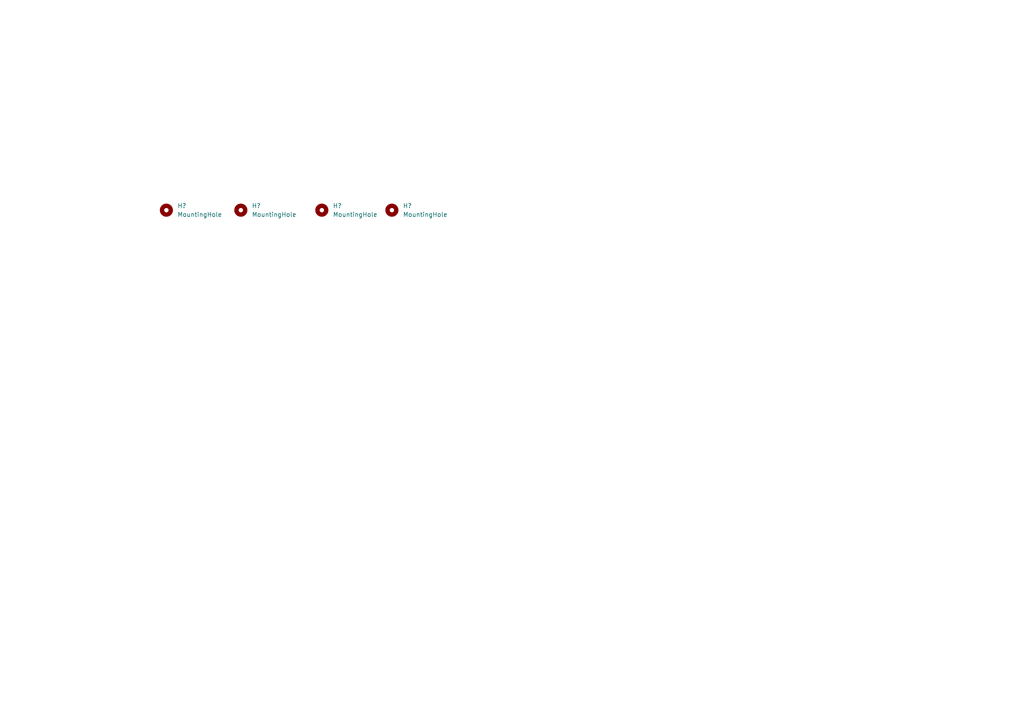
<source format=kicad_sch>
(kicad_sch (version 20211123) (generator eeschema)
  (paper "A4")
  (lib_symbols
    (symbol "Mechanical:MountingHole" (pin_names (offset 1.016))
      (property "Reference" "H" (at 0 5.08 0))
      (property "Value" "MountingHole" (at 0 3.175 0))
      (symbol "MountingHole_0_1"
        (circle (center 0 0) (radius 1.27) (stroke (width 1.27)))
      )
    )
  )
  (symbol (lib_id "Mechanical:MountingHole") (at 48.26 60.96 0) (unit 1)
    (property "Reference" "H?" (at 51.435 59.6899 0) (effects (justify left)))
    (property "Value" "MountingHole" (at 51.435 62.2299 0) (effects (justify left)))
  )
  (symbol (lib_id "Mechanical:MountingHole") (at 113.665 60.96 0) (unit 1)
    (property "Reference" "H?" (at 116.84 59.6899 0) (effects (justify left)))
    (property "Value" "MountingHole" (at 116.84 62.2299 0) (effects (justify left)))
  )
  (symbol (lib_id "Mechanical:MountingHole") (at 93.345 60.96 0) (unit 1)
    (property "Reference" "H?" (at 96.52 59.6899 0) (effects (justify left)))
    (property "Value" "MountingHole" (at 96.52 62.2299 0) (effects (justify left)))
  )
  (symbol (lib_id "Mechanical:MountingHole") (at 69.85 60.96 0) (unit 1)
    (property "Reference" "H?" (at 73.025 59.6899 0) (effects (justify left)))
    (property "Value" "MountingHole" (at 73.025 62.2299 0) (effects (justify left)))
  )
)
</source>
